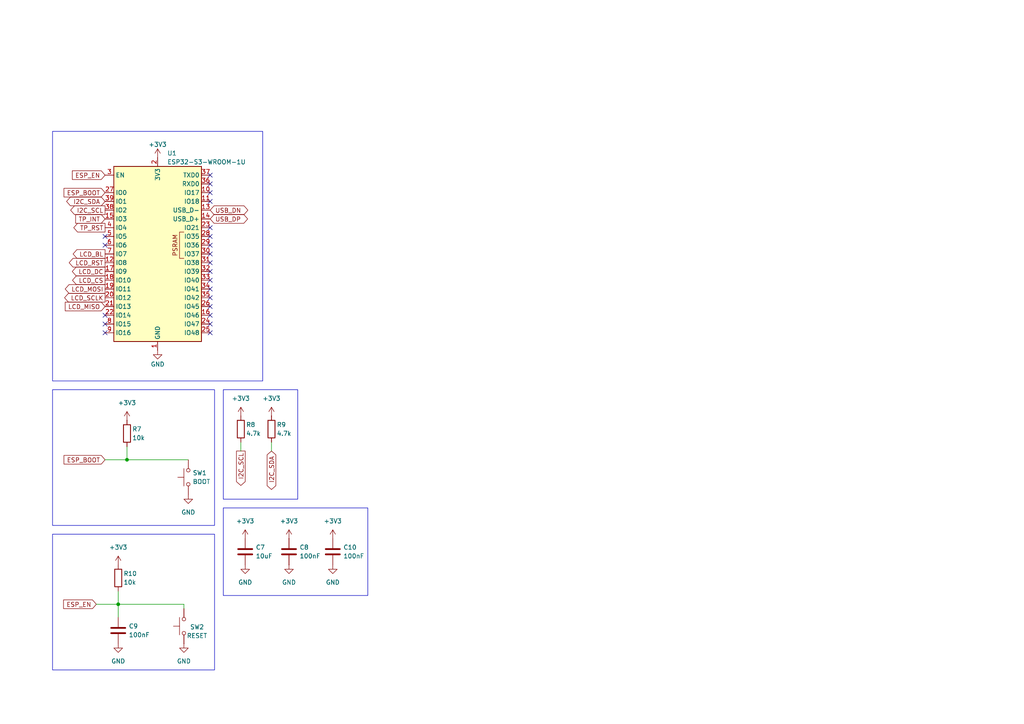
<source format=kicad_sch>
(kicad_sch (version 20250114) (generator "eeschema") (generator_version "9.0")
  (paper "A4")
  (lib_symbols
    (symbol "Device:C" (pin_numbers (hide yes)) (pin_names (offset 0.254))
      (property "Reference" "C" (at 0.635 2.54 0))
      (property "Value" "C" (at 0.635 -2.54 0))
      (symbol "C_0_1"
        (polyline (pts (xy -2.032 0.762) (xy 2.032 0.762)) (stroke (width 0.508)))
        (polyline (pts (xy -2.032 -0.762) (xy 2.032 -0.762)) (stroke (width 0.508)))
      )
      (symbol "C_1_1"
        (pin passive line (at 0 3.81 270) (length 2.794) (name "~") (number "1"))
        (pin passive line (at 0 -3.81 90) (length 2.794) (name "~") (number "2"))
      )
    )
    (symbol "Device:R" (pin_numbers (hide yes)) (pin_names (offset 0))
      (property "Reference" "R" (at 2.032 0 90))
      (property "Value" "R" (at 0 0 90))
      (symbol "R_0_1"
        (rectangle (start -1.016 -2.54) (end 1.016 2.54) (stroke (width 0.254)))
      )
      (symbol "R_1_1"
        (pin passive line (at 0 3.81 270) (length 1.27) (name "~") (number "1"))
        (pin passive line (at 0 -3.81 90) (length 1.27) (name "~") (number "2"))
      )
    )
    (symbol "RF_Module:ESP32-S3-WROOM-1"
      (property "Reference" "U" (at -12.7 26.67 0))
      (property "Value" "ESP32-S3-WROOM-1" (at 12.7 26.67 0))
      (symbol "ESP32-S3-WROOM-1_0_0"
        (rectangle (start -12.7 25.4) (end 12.7 -25.4) (stroke (width 0.254)) (fill (type background)))
        (text "PSRAM" (at 5.08 2.54 900) (effects (font (size 1.27 1.27))))
      )
      (symbol "ESP32-S3-WROOM-1_0_1"
        (polyline (pts (xy 7.62 -1.27) (xy 6.35 -1.27) (xy 6.35 6.35) (xy 7.62 6.35)))
      )
      (symbol "ESP32-S3-WROOM-1_1_1"
        (pin input line (at -15.24 22.86 0) (length 2.54) (name "EN") (number "3"))
        (pin bidirectional line (at -15.24 17.78 0) (length 2.54) (name "IO0") (number "27"))
        (pin bidirectional line (at -15.24 15.24 0) (length 2.54) (name "IO1") (number "39"))
        (pin bidirectional line (at -15.24 12.7 0) (length 2.54) (name "IO2") (number "38"))
        (pin bidirectional line (at -15.24 10.16 0) (length 2.54) (name "IO3") (number "15"))
        (pin bidirectional line (at -15.24 7.62 0) (length 2.54) (name "IO4") (number "4"))
        (pin bidirectional line (at -15.24 5.08 0) (length 2.54) (name "IO5") (number "5"))
        (pin bidirectional line (at -15.24 2.54 0) (length 2.54) (name "IO6") (number "6"))
        (pin bidirectional line (at -15.24 0 0) (length 2.54) (name "IO7") (number "7"))
        (pin bidirectional line (at -15.24 -2.54 0) (length 2.54) (name "IO8") (number "12"))
        (pin bidirectional line (at -15.24 -5.08 0) (length 2.54) (name "IO9") (number "17"))
        (pin bidirectional line (at -15.24 -7.62 0) (length 2.54) (name "IO10") (number "18"))
        (pin bidirectional line (at -15.24 -10.16 0) (length 2.54) (name "IO11") (number "19"))
        (pin bidirectional line (at -15.24 -12.7 0) (length 2.54) (name "IO12") (number "20"))
        (pin bidirectional line (at -15.24 -15.24 0) (length 2.54) (name "IO13") (number "21"))
        (pin bidirectional line (at -15.24 -17.78 0) (length 2.54) (name "IO14") (number "22"))
        (pin bidirectional line (at -15.24 -20.32 0) (length 2.54) (name "IO15") (number "8"))
        (pin bidirectional line (at -15.24 -22.86 0) (length 2.54) (name "IO16") (number "9"))
        (pin power_in line (at 0 27.94 270) (length 2.54) (name "3V3") (number "2"))
        (pin power_in line (at 0 -27.94 90) (length 2.54) (name "GND") (number "1"))
        (pin passive line (at 0 -27.94 90) (length 2.54) (hide yes) (name "GND") (number "40"))
        (pin passive line (at 0 -27.94 90) (length 2.54) (hide yes) (name "GND") (number "41"))
        (pin bidirectional line (at 15.24 22.86 180) (length 2.54) (name "TXD0") (number "37"))
        (pin bidirectional line (at 15.24 20.32 180) (length 2.54) (name "RXD0") (number "36"))
        (pin bidirectional line (at 15.24 17.78 180) (length 2.54) (name "IO17") (number "10"))
        (pin bidirectional line (at 15.24 15.24 180) (length 2.54) (name "IO18") (number "11"))
        (pin bidirectional line (at 15.24 12.7 180) (length 2.54) (name "USB_D-") (number "13"))
        (pin bidirectional line (at 15.24 10.16 180) (length 2.54) (name "USB_D+") (number "14"))
        (pin bidirectional line (at 15.24 7.62 180) (length 2.54) (name "IO21") (number "23"))
        (pin bidirectional line (at 15.24 5.08 180) (length 2.54) (name "IO35") (number "28"))
        (pin bidirectional line (at 15.24 2.54 180) (length 2.54) (name "IO36") (number "29"))
        (pin bidirectional line (at 15.24 0 180) (length 2.54) (name "IO37") (number "30"))
        (pin bidirectional line (at 15.24 -2.54 180) (length 2.54) (name "IO38") (number "31"))
        (pin bidirectional line (at 15.24 -5.08 180) (length 2.54) (name "IO39") (number "32"))
        (pin bidirectional line (at 15.24 -7.62 180) (length 2.54) (name "IO40") (number "33"))
        (pin bidirectional line (at 15.24 -10.16 180) (length 2.54) (name "IO41") (number "34"))
        (pin bidirectional line (at 15.24 -12.7 180) (length 2.54) (name "IO42") (number "35"))
        (pin bidirectional line (at 15.24 -15.24 180) (length 2.54) (name "IO45") (number "26"))
        (pin bidirectional line (at 15.24 -17.78 180) (length 2.54) (name "IO46") (number "16"))
        (pin bidirectional line (at 15.24 -20.32 180) (length 2.54) (name "IO47") (number "24"))
        (pin bidirectional line (at 15.24 -22.86 180) (length 2.54) (name "IO48") (number "25"))
      )
    )
    (symbol "Switch:SW_Push" (pin_numbers (hide yes)) (pin_names (offset 1.016) (hide yes))
      (property "Reference" "SW" (at 1.27 2.54 0))
      (property "Value" "SW_Push" (at 0 -1.524 0))
      (symbol "SW_Push_0_1"
        (circle (center -2.032 0) (radius 0.508))
        (polyline (pts (xy 0 1.27) (xy 0 3.048)))
        (circle (center 2.032 0) (radius 0.508))
        (polyline (pts (xy 2.54 1.27) (xy -2.54 1.27)))
        (pin passive line (at -5.08 0 0) (length 2.54) (name "1") (number "1"))
        (pin passive line (at 5.08 0 180) (length 2.54) (name "2") (number "2"))
      )
    )
    (symbol "power:+3V3" (power) (pin_numbers (hide yes)) (pin_names (offset 0) (hide yes))
      (property "Value" "+3V3" (at 0 3.556 0))
      (symbol "+3V3_0_1"
        (polyline (pts (xy -0.762 1.27) (xy 0 2.54)))
        (polyline (pts (xy 0 2.54) (xy 0.762 1.27)))
        (polyline (pts (xy 0 0) (xy 0 2.54)))
      )
      (symbol "+3V3_1_1"
        (pin power_in line (at 0 0 90) (length 0) (name "~") (number "1"))
      )
    )
    (symbol "power:GND" (power) (pin_numbers (hide yes)) (pin_names (offset 0) (hide yes))
      (property "Value" "GND" (at 0 -3.81 0))
      (symbol "GND_0_1"
        (polyline (pts (xy 0 0) (xy 0 -1.27) (xy 1.27 -1.27) (xy 0 -2.54) (xy -1.27 -1.27) (xy 0 -1.27)))
      )
      (symbol "GND_1_1"
        (pin power_in line (at 0 0 270) (length 0) (name "~") (number "1"))
      )
    )
  )
  (rectangle (start 64.77 113.03) (end 86.36 144.78))
  (rectangle (start 15.24 154.94) (end 62.23 194.31))
  (rectangle (start 15.24 38.1) (end 76.2 110.49))
  (rectangle (start 64.77 147.32) (end 106.68 172.72))
  (rectangle (start 15.24 113.03) (end 62.23 152.4))
  (junction (at 36.83 133.35))
  (junction (at 34.29 175.26))
  (no_connect (at 60.96 91.44))
  (no_connect (at 60.96 96.52))
  (no_connect (at 30.48 93.98))
  (no_connect (at 30.48 96.52))
  (no_connect (at 60.96 50.8))
  (no_connect (at 60.96 88.9))
  (no_connect (at 30.48 91.44))
  (no_connect (at 60.96 71.12))
  (no_connect (at 30.48 68.58))
  (no_connect (at 60.96 81.28))
  (no_connect (at 60.96 93.98))
  (no_connect (at 60.96 78.74))
  (no_connect (at 60.96 66.04))
  (no_connect (at 60.96 83.82))
  (no_connect (at 60.96 53.34))
  (no_connect (at 60.96 73.66))
  (no_connect (at 60.96 68.58))
  (no_connect (at 60.96 76.2))
  (no_connect (at 60.96 58.42))
  (no_connect (at 30.48 71.12))
  (no_connect (at 60.96 55.88))
  (no_connect (at 60.96 86.36))
  (wire (pts (xy 36.83 129.54) (xy 36.83 133.35)))
  (wire (pts (xy 27.94 175.26) (xy 34.29 175.26)))
  (wire (pts (xy 53.34 175.26) (xy 34.29 175.26)))
  (wire (pts (xy 69.85 130.81) (xy 69.85 128.27)))
  (wire (pts (xy 53.34 176.53) (xy 53.34 175.26)))
  (wire (pts (xy 34.29 171.45) (xy 34.29 175.26)))
  (wire (pts (xy 30.48 133.35) (xy 36.83 133.35)))
  (wire (pts (xy 78.74 130.81) (xy 78.74 128.27)))
  (wire (pts (xy 34.29 175.26) (xy 34.29 179.07)))
  (wire (pts (xy 36.83 133.35) (xy 54.61 133.35)))
  (global_label "LCD_RST" (shape output) (at 30.48 76.2 180) (property "Intersheetrefs" "${INTERSHEET_REFS}" (effects (hide yes))))
  (global_label "LCD_CS" (shape output) (at 30.48 81.28 180) (property "Intersheetrefs" "${INTERSHEET_REFS}" (effects (hide yes))))
  (global_label "LCD_SCLK" (shape output) (at 30.48 86.36 180) (property "Intersheetrefs" "${INTERSHEET_REFS}" (effects (hide yes))))
  (global_label "I2C_SDA" (shape bidirectional) (at 30.48 58.42 180) (property "Intersheetrefs" "${INTERSHEET_REFS}" (effects (hide yes))))
  (global_label "USB_DP" (shape bidirectional) (at 60.96 63.5 0) (property "Intersheetrefs" "${INTERSHEET_REFS}" (effects (hide yes))))
  (global_label "LCD_MOSI" (shape output) (at 30.48 83.82 180) (property "Intersheetrefs" "${INTERSHEET_REFS}" (effects (hide yes))))
  (global_label "LCD_MISO" (shape input) (at 30.48 88.9 180) (property "Intersheetrefs" "${INTERSHEET_REFS}" (effects (hide yes))))
  (global_label "ESP_EN" (shape input) (at 27.94 175.26 180) (property "Intersheetrefs" "${INTERSHEET_REFS}" (effects (hide yes))))
  (global_label "I2C_SDA" (shape bidirectional) (at 78.74 130.81 270) (property "Intersheetrefs" "${INTERSHEET_REFS}" (effects (hide yes))))
  (global_label "ESP_BOOT" (shape input) (at 30.48 133.35 180) (property "Intersheetrefs" "${INTERSHEET_REFS}" (effects (hide yes))))
  (global_label "USB_DN" (shape bidirectional) (at 60.96 60.96 0) (property "Intersheetrefs" "${INTERSHEET_REFS}" (effects (hide yes))))
  (global_label "LCD_DC" (shape output) (at 30.48 78.74 180) (property "Intersheetrefs" "${INTERSHEET_REFS}" (effects (hide yes))))
  (global_label "ESP_EN" (shape input) (at 30.48 50.8 180) (property "Intersheetrefs" "${INTERSHEET_REFS}" (effects (hide yes))))
  (global_label "TP_RST" (shape output) (at 30.48 66.04 180) (property "Intersheetrefs" "${INTERSHEET_REFS}" (effects (hide yes))))
  (global_label "ESP_BOOT" (shape input) (at 30.48 55.88 180) (property "Intersheetrefs" "${INTERSHEET_REFS}" (effects (hide yes))))
  (global_label "LCD_BL" (shape output) (at 30.48 73.66 180) (property "Intersheetrefs" "${INTERSHEET_REFS}" (effects (hide yes))))
  (global_label "I2C_SCL" (shape output) (at 69.85 130.81 270) (property "Intersheetrefs" "${INTERSHEET_REFS}" (effects (hide yes))))
  (global_label "TP_INT" (shape input) (at 30.48 63.5 180) (property "Intersheetrefs" "${INTERSHEET_REFS}" (effects (hide yes))))
  (global_label "I2C_SCL" (shape output) (at 30.48 60.96 180) (property "Intersheetrefs" "${INTERSHEET_REFS}" (effects (hide yes))))
  (symbol (lib_id "power:GND") (at 34.29 186.69 0) (unit 1)
    (property "Reference" "#PWR05" (effects (hide yes)))
    (property "Value" "GND" (at 34.29 191.77 0))
    (property "Description" "Power symbol creates a global label with name \"GND\" , ground" (effects (hide yes)))
  )
  (symbol (lib_id "Device:R") (at 69.85 124.46 0) (unit 1)
    (property "Reference" "R8" (at 71.374 123.19 0) (effects (justify left)))
    (property "Value" "4.7k" (at 71.374 125.73 0) (effects (justify left)))
    (property "Description" "Resistor" (effects (hide yes)))
  )
  (symbol (lib_id "power:GND") (at 54.61 143.51 0) (unit 1)
    (property "Reference" "#PWR07" (effects (hide yes)))
    (property "Value" "GND" (at 54.61 148.59 0))
    (property "Description" "Power symbol creates a global label with name \"GND\" , ground" (effects (hide yes)))
  )
  (symbol (lib_id "power:GND") (at 71.12 163.83 0) (unit 1)
    (property "Reference" "#PWR013" (effects (hide yes)))
    (property "Value" "GND" (at 71.12 168.91 0))
    (property "Description" "Power symbol creates a global label with name \"GND\" , ground" (effects (hide yes)))
  )
  (symbol (lib_id "Device:C") (at 83.82 160.02 0) (unit 1)
    (property "Reference" "C8" (at 86.868 158.75 0) (effects (justify left)))
    (property "Value" "100nF" (at 86.868 161.29 0) (effects (justify left)))
    (property "Description" "Unpolarized capacitor" (effects (hide yes)))
  )
  (symbol (lib_id "Device:R") (at 78.74 124.46 0) (unit 1)
    (property "Reference" "R9" (at 80.264 123.19 0) (effects (justify left)))
    (property "Value" "4.7k" (at 80.264 125.73 0) (effects (justify left)))
    (property "Description" "Resistor" (effects (hide yes)))
  )
  (symbol (lib_id "power:GND") (at 83.82 163.83 0) (unit 1)
    (property "Reference" "#PWR014" (effects (hide yes)))
    (property "Value" "GND" (at 83.82 168.91 0))
    (property "Description" "Power symbol creates a global label with name \"GND\" , ground" (effects (hide yes)))
  )
  (symbol (lib_id "Device:R") (at 34.29 167.64 0) (unit 1)
    (property "Reference" "R10" (at 35.814 166.37 0) (effects (justify left)))
    (property "Value" "10k" (at 35.814 168.91 0) (effects (justify left)))
    (property "Description" "Resistor" (effects (hide yes)))
  )
  (symbol (lib_id "Device:C") (at 71.12 160.02 0) (unit 1)
    (property "Reference" "C7" (at 74.168 158.75 0) (effects (justify left)))
    (property "Value" "10uF" (at 74.168 161.29 0) (effects (justify left)))
    (property "Description" "Unpolarized capacitor" (effects (hide yes)))
  )
  (symbol (lib_id "power:+3V3") (at 71.12 156.21 0) (unit 1)
    (property "Reference" "#PWR010" (effects (hide yes)))
    (property "Value" "+3V3" (at 71.12 151.13 0))
    (property "Description" "Power symbol creates a global label with name \"+3V3\"" (effects (hide yes)))
  )
  (symbol (lib_id "Device:C") (at 96.52 160.02 0) (unit 1)
    (property "Reference" "C10" (at 99.568 158.75 0) (effects (justify left)))
    (property "Value" "100nF" (at 99.568 161.29 0) (effects (justify left)))
    (property "Description" "Unpolarized capacitor" (effects (hide yes)))
  )
  (symbol (lib_id "Switch:SW_Push") (at 54.61 138.43 90) (unit 1)
    (property "Reference" "SW1" (at 55.88 137.1599 90) (effects (justify right)))
    (property "Value" "BOOT" (at 55.88 139.6999 90) (effects (justify right)))
    (property "Description" "Push button switch, generic, two pins" (effects (hide yes)))
  )
  (symbol (lib_id "power:+3V3") (at 45.72 45.72 0) (unit 1)
    (property "Reference" "#PWR01" (effects (hide yes)))
    (property "Value" "+3V3" (at 45.72 41.91 0))
    (property "Description" "Power symbol creates a global label with name \"+3V3\"" (effects (hide yes)))
  )
  (symbol (lib_id "power:GND") (at 53.34 186.69 0) (unit 1)
    (property "Reference" "#PWR04" (effects (hide yes)))
    (property "Value" "GND" (at 53.34 191.77 0))
    (property "Description" "Power symbol creates a global label with name \"GND\" , ground" (effects (hide yes)))
  )
  (symbol (lib_id "power:+3V3") (at 83.82 156.21 0) (unit 1)
    (property "Reference" "#PWR011" (effects (hide yes)))
    (property "Value" "+3V3" (at 83.82 151.13 0))
    (property "Description" "Power symbol creates a global label with name \"+3V3\"" (effects (hide yes)))
  )
  (symbol (lib_id "power:+3V3") (at 34.29 163.83 0) (unit 1)
    (property "Reference" "#PWR03" (effects (hide yes)))
    (property "Value" "+3V3" (at 34.29 158.75 0))
    (property "Description" "Power symbol creates a global label with name \"+3V3\"" (effects (hide yes)))
  )
  (symbol (lib_id "Switch:SW_Push") (at 53.34 181.61 90) (mirror x) (unit 1)
    (property "Reference" "SW2" (at 57.15 181.864 90))
    (property "Value" "RESET" (at 57.15 184.404 90))
    (property "Description" "Push button switch, generic, two pins" (effects (hide yes)))
  )
  (symbol (lib_id "power:+3V3") (at 36.83 121.92 0) (unit 1)
    (property "Reference" "#PWR06" (effects (hide yes)))
    (property "Value" "+3V3" (at 36.83 116.84 0))
    (property "Description" "Power symbol creates a global label with name \"+3V3\"" (effects (hide yes)))
  )
  (symbol (lib_id "power:GND") (at 96.52 163.83 0) (unit 1)
    (property "Reference" "#PWR015" (effects (hide yes)))
    (property "Value" "GND" (at 96.52 168.91 0))
    (property "Description" "Power symbol creates a global label with name \"GND\" , ground" (effects (hide yes)))
  )
  (symbol (lib_id "Device:C") (at 34.29 182.88 0) (unit 1)
    (property "Reference" "C9" (at 37.338 181.61 0) (effects (justify left)))
    (property "Value" "100nF" (at 37.338 184.15 0) (effects (justify left)))
    (property "Description" "Unpolarized capacitor" (effects (hide yes)))
  )
  (symbol (lib_id "power:+3V3") (at 96.52 156.21 0) (unit 1)
    (property "Reference" "#PWR012" (effects (hide yes)))
    (property "Value" "+3V3" (at 96.52 151.13 0))
    (property "Description" "Power symbol creates a global label with name \"+3V3\"" (effects (hide yes)))
  )
  (symbol (lib_id "RF_Module:ESP32-S3-WROOM-1") (at 45.72 73.66 0) (unit 1)
    (property "Reference" "U1" (at 48.514 44.45 0) (effects (justify left)))
    (property "Value" "ESP32-S3-WROOM-1U" (at 48.514 46.99 0) (effects (justify left)))
    (property "Footprint" "RF_Module:ESP32-S3-WROOM-1U" (effects (hide yes)))
    (property "Datasheet" "https://www.espressif.com/sites/default/files/documentation/esp32-s3-wroom-1_wroom-1u_datasheet_en.pdf" (effects (hide yes)))
    (property "Description" "RF Module, ESP32-S3 SoC, Wi-Fi 802.11b/g/n, Bluetooth, BLE, 32-bit, 3.3V, onboard antenna, SMD" (effects (hide yes)))
  )
  (symbol (lib_id "power:GND") (at 45.72 101.6 0) (unit 1)
    (property "Reference" "#PWR02" (effects (hide yes)))
    (property "Value" "GND" (at 45.72 105.664 0))
    (property "Description" "Power symbol creates a global label with name \"GND\" , ground" (effects (hide yes)))
  )
  (symbol (lib_id "power:+3V3") (at 78.74 120.65 0) (unit 1)
    (property "Reference" "#PWR09" (effects (hide yes)))
    (property "Value" "+3V3" (at 78.74 115.57 0))
    (property "Description" "Power symbol creates a global label with name \"+3V3\"" (effects (hide yes)))
  )
  (symbol (lib_id "Device:R") (at 36.83 125.73 0) (unit 1)
    (property "Reference" "R7" (at 38.354 124.46 0) (effects (justify left)))
    (property "Value" "10k" (at 38.354 127 0) (effects (justify left)))
    (property "Description" "Resistor" (effects (hide yes)))
  )
  (symbol (lib_id "power:+3V3") (at 69.85 120.65 0) (unit 1)
    (property "Reference" "#PWR08" (effects (hide yes)))
    (property "Value" "+3V3" (at 69.85 115.57 0))
    (property "Description" "Power symbol creates a global label with name \"+3V3\"" (effects (hide yes)))
  )
)
</source>
